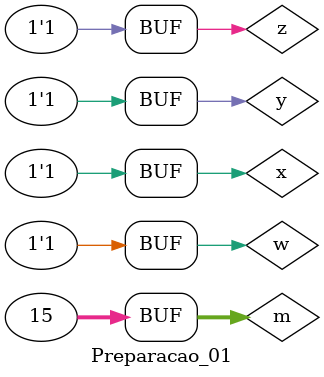
<source format=v>

module SoP_Canonica (output s, input a, input b, input c, input d);
    // m (a, b, c, d)
    assign s = (a & ~b & c & ~d) | (a & ~b & c & d) | (a & b & ~c & ~d) | (a & b & ~c & d);
endmodule

//-------------------
// Modulo Principal
//------------------
module Preparacao_01;
    reg x, y, w, z;
    wire s;
    integer m;

    //instancias
    SoP_Canonica sop (s, x, y, w, z);

    // valores iniciais
    initial begin: start
    x=1'bx; y=1'bx; w=1'bx; z=1'bx; m =0; // indefinidos
    end

    //------ parte principal
    initial begin: main
    // identificacao
    $display("Tabela da Verdade - SoP Canonica ");
    // monitoramento
    $display("          m  x  y  w  z  = s");
    $monitor("%d %2b %2b %2b %2b = %2b", m, x, y, w, z, s);
    // sinalizacao
    m=0; x=0; y=0; w=0 ; z=0;
    #1 m=1; x=0; y=0; w=0 ; z=1; 
    #1 m=2; x=0; y=0; w=1 ; z=0;
    #1 m=3; x=0; y=0; w=1 ; z=1;
    #1 m=4; x=0; y=1; w=0 ; z=0;
    #1 m=5; x=0; y=1; w=0 ; z=1;
    #1 m=6; x=0; y=1; w=1 ; z=0;
    #1 m=7; x=0; y=1; w=1 ; z=1;
    #1 m=8; x=1; y=0; w=0 ; z=0;
    #1 m=9; x=1; y=0; w=0 ; z=1;
    #1 m=10; x=1; y=0; w=1 ; z=0; //A
    #1 m=11; x=1; y=0; w=1 ; z=1; //B
    #1 m=12; x=1; y=1; w=0 ; z=0; //C
    #1 m=13; x=1; y=1; w=0 ; z=1; //D
    #1 m=14; x=1; y=1; w=1 ; z=0; //E
    #1 m=15; x=1; y=1; w=1 ; z=1; //F
    end
endmodule //Preparacao_01

/* Registro de Resultado:

Tabela da Verdade - SoP Canonica
          m  x  y  w  z  = s 
          0  0  0  0  0 =  0
          1  0  0  0  1 =  0
          2  0  0  1  0 =  0
          3  0  0  1  1 =  0
          4  0  1  0  0 =  0
          5  0  1  0  1 =  0
          6  0  1  1  0 =  0
          7  0  1  1  1 =  0
          8  1  0  0  0 =  0
          9  1  0  0  1 =  0
         10  1  0  1  0 =  1
         11  1  0  1  1 =  1
         12  1  1  0  0 =  1
         13  1  1  0  1 =  1
         14  1  1  1  0 =  0
         15  1  1  1  1 =  0


*/

</source>
